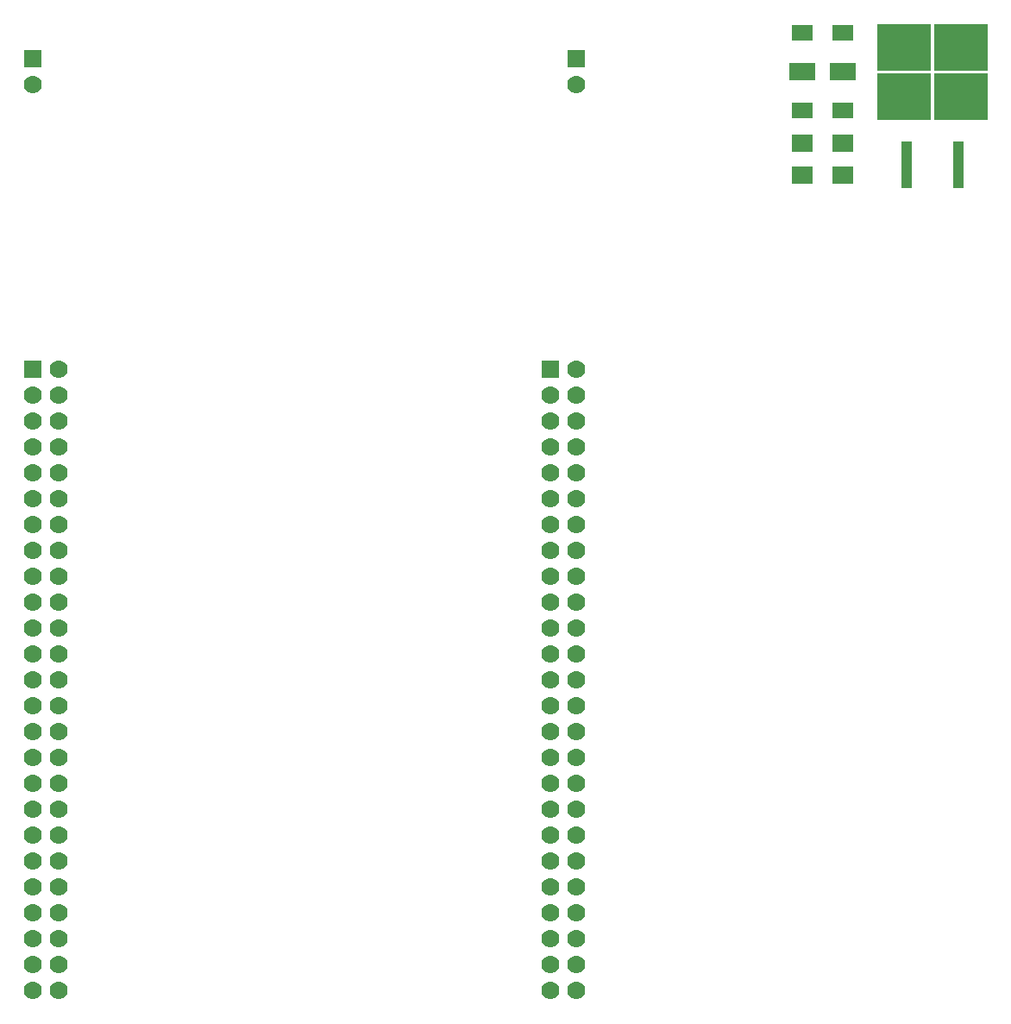
<source format=gtp>
G04 #@! TF.FileFunction,Paste,Top*
%FSLAX46Y46*%
G04 Gerber Fmt 4.6, Leading zero omitted, Abs format (unit mm)*
G04 Created by KiCad (PCBNEW 4.0.7) date Tue Mar  6 11:31:25 2018*
%MOMM*%
%LPD*%
G01*
G04 APERTURE LIST*
%ADD10C,0.150000*%
%ADD11R,2.000000X1.600000*%
%ADD12R,2.500000X1.800000*%
%ADD13R,2.000000X1.700000*%
%ADD14R,1.100000X4.600000*%
%ADD15R,5.250000X4.550000*%
%ADD16R,1.778000X1.778000*%
%ADD17C,1.778000*%
G04 APERTURE END LIST*
D10*
D11*
X84550000Y97790000D03*
X80550000Y97790000D03*
X84550000Y90170000D03*
X80550000Y90170000D03*
D12*
X84550000Y93980000D03*
X80550000Y93980000D03*
D13*
X80550000Y83820000D03*
X84550000Y83820000D03*
X80550000Y86995000D03*
X84550000Y86995000D03*
D14*
X90805000Y84830000D03*
X95885000Y84830000D03*
D15*
X96120000Y96405000D03*
X90570000Y91555000D03*
X90570000Y96405000D03*
X96120000Y91555000D03*
D16*
X5080000Y64770000D03*
D17*
X5080000Y62230000D03*
X5080000Y59690000D03*
X5080000Y57150000D03*
X5080000Y54610000D03*
X5080000Y52070000D03*
X5080000Y49530000D03*
X5080000Y46990000D03*
X5080000Y44450000D03*
X5080000Y41910000D03*
X5080000Y39370000D03*
X5080000Y36830000D03*
X5080000Y34290000D03*
X5080000Y31750000D03*
X5080000Y29210000D03*
X5080000Y26670000D03*
X5080000Y24130000D03*
X5080000Y21590000D03*
X5080000Y19050000D03*
X5080000Y16510000D03*
X5080000Y13970000D03*
X5080000Y11430000D03*
X5080000Y8890000D03*
X5080000Y6350000D03*
X5080000Y3810000D03*
X7620000Y64770000D03*
X7620000Y62230000D03*
X7620000Y59690000D03*
X7620000Y57150000D03*
X7620000Y54610000D03*
X7620000Y52070000D03*
X7620000Y49530000D03*
X7620000Y46990000D03*
X7620000Y44450000D03*
X7620000Y41910000D03*
X7620000Y39370000D03*
X7620000Y36830000D03*
X7620000Y34290000D03*
X7620000Y31750000D03*
X7620000Y29210000D03*
X7620000Y26670000D03*
X7620000Y24130000D03*
X7620000Y21590000D03*
X7620000Y19050000D03*
X7620000Y16510000D03*
X7620000Y13970000D03*
X7620000Y11430000D03*
X7620000Y8890000D03*
X7620000Y6350000D03*
X7620000Y3810000D03*
D16*
X55880000Y64770000D03*
D17*
X55880000Y62230000D03*
X55880000Y59690000D03*
X55880000Y57150000D03*
X55880000Y54610000D03*
X55880000Y52070000D03*
X55880000Y49530000D03*
X55880000Y46990000D03*
X55880000Y44450000D03*
X55880000Y41910000D03*
X55880000Y39370000D03*
X55880000Y36830000D03*
X55880000Y34290000D03*
X55880000Y31750000D03*
X55880000Y29210000D03*
X55880000Y26670000D03*
X55880000Y24130000D03*
X55880000Y21590000D03*
X55880000Y19050000D03*
X55880000Y16510000D03*
X55880000Y13970000D03*
X55880000Y11430000D03*
X55880000Y8890000D03*
X55880000Y6350000D03*
X55880000Y3810000D03*
X58420000Y64770000D03*
X58420000Y62230000D03*
X58420000Y59690000D03*
X58420000Y57150000D03*
X58420000Y54610000D03*
X58420000Y52070000D03*
X58420000Y49530000D03*
X58420000Y46990000D03*
X58420000Y44450000D03*
X58420000Y41910000D03*
X58420000Y39370000D03*
X58420000Y36830000D03*
X58420000Y34290000D03*
X58420000Y31750000D03*
X58420000Y29210000D03*
X58420000Y26670000D03*
X58420000Y24130000D03*
X58420000Y21590000D03*
X58420000Y19050000D03*
X58420000Y16510000D03*
X58420000Y13970000D03*
X58420000Y11430000D03*
X58420000Y8890000D03*
X58420000Y6350000D03*
X58420000Y3810000D03*
D16*
X5080000Y95250000D03*
D17*
X5080000Y92710000D03*
D16*
X58420000Y95250000D03*
D17*
X58420000Y92710000D03*
M02*

</source>
